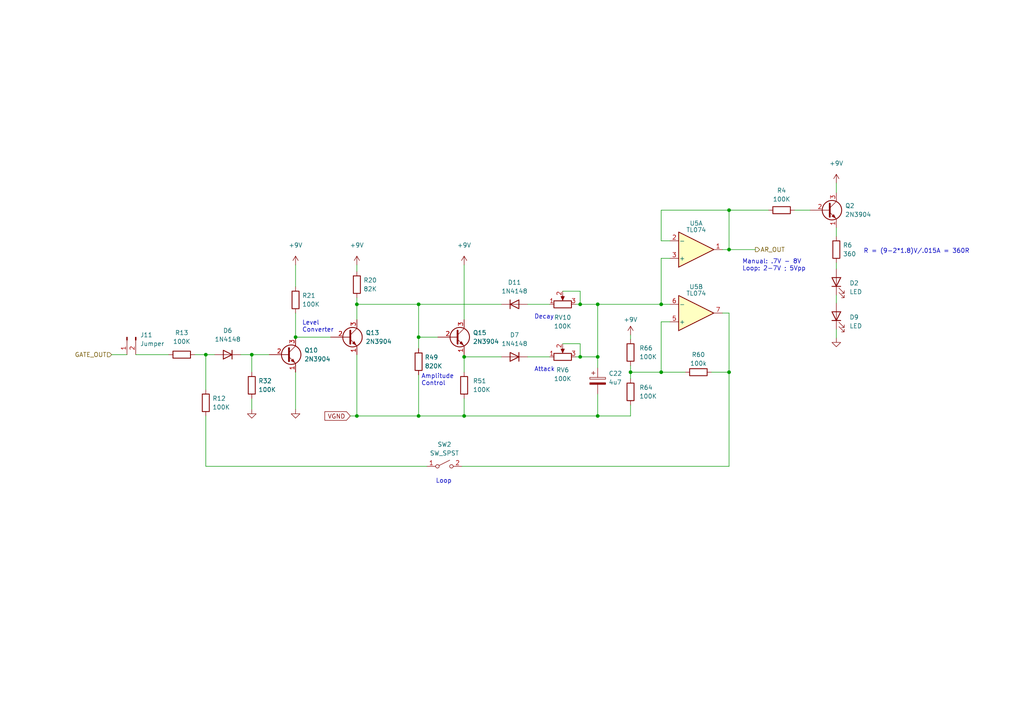
<source format=kicad_sch>
(kicad_sch (version 20230121) (generator eeschema)
  (paper "A4")
  (title_block (title "LivSynth - EG") (date "2022-07-18") (rev "${Version}") (company "SloBlo Labs"))
  (lib_symbols
    (symbol "Amplifier_Operational:TL074" (pin_names (offset 0.127))
      (property "Reference" "U" (at 0 5.08 0))
      (property "Value" "TL074" (at 0 -5.08 0))
      (symbol "TL074_1_1"
        (polyline (pts (xy -5.08 5.08) (xy 5.08 0) (xy -5.08 -5.08) (xy -5.08 5.08)) (stroke (width 0.254)) (fill (type background)))
        (pin output line (at 7.62 0 180) (length 2.54) (name "~") (number "1"))
        (pin input line (at -7.62 -2.54 0) (length 2.54) (name "-") (number "2"))
        (pin input line (at -7.62 2.54 0) (length 2.54) (name "+") (number "3"))
      )
      (symbol "TL074_2_1"
        (polyline (pts (xy -5.08 5.08) (xy 5.08 0) (xy -5.08 -5.08) (xy -5.08 5.08)) (stroke (width 0.254)) (fill (type background)))
        (pin input line (at -7.62 2.54 0) (length 2.54) (name "+") (number "5"))
        (pin input line (at -7.62 -2.54 0) (length 2.54) (name "-") (number "6"))
        (pin output line (at 7.62 0 180) (length 2.54) (name "~") (number "7"))
      )
      (symbol "TL074_3_1"
        (polyline (pts (xy -5.08 5.08) (xy 5.08 0) (xy -5.08 -5.08) (xy -5.08 5.08)) (stroke (width 0.254)) (fill (type background)))
        (pin input line (at -7.62 2.54 0) (length 2.54) (name "+") (number "10"))
        (pin output line (at 7.62 0 180) (length 2.54) (name "~") (number "8"))
        (pin input line (at -7.62 -2.54 0) (length 2.54) (name "-") (number "9"))
      )
      (symbol "TL074_4_1"
        (polyline (pts (xy -5.08 5.08) (xy 5.08 0) (xy -5.08 -5.08) (xy -5.08 5.08)) (stroke (width 0.254)) (fill (type background)))
        (pin input line (at -7.62 2.54 0) (length 2.54) (name "+") (number "12"))
        (pin input line (at -7.62 -2.54 0) (length 2.54) (name "-") (number "13"))
        (pin output line (at 7.62 0 180) (length 2.54) (name "~") (number "14"))
      )
      (symbol "TL074_5_1"
        (pin power_in line (at -2.54 -7.62 90) (length 3.81) (name "V-") (number "11"))
        (pin power_in line (at -2.54 7.62 270) (length 3.81) (name "V+") (number "4"))
      )
    )
    (symbol "Connector:Conn_01x02_Male" (pin_names (offset 1.016) hide)
      (property "Reference" "J" (at 0 2.54 0))
      (property "Value" "Conn_01x02_Male" (at 0 -5.08 0))
      (symbol "Conn_01x02_Male_1_1"
        (polyline (pts (xy 1.27 -2.54) (xy 0.8636 -2.54)) (stroke (width 0.1524)))
        (polyline (pts (xy 1.27 0) (xy 0.8636 0)) (stroke (width 0.1524)))
        (rectangle (start 0.8636 -2.413) (end 0 -2.667) (stroke (width 0.1524)) (fill (type outline)))
        (rectangle (start 0.8636 0.127) (end 0 -0.127) (stroke (width 0.1524)) (fill (type outline)))
        (pin passive line (at 5.08 0 180) (length 3.81) (name "Pin_1") (number "1"))
        (pin passive line (at 5.08 -2.54 180) (length 3.81) (name "Pin_2") (number "2"))
      )
    )
    (symbol "Device:C_Polarized" (pin_numbers hide) (pin_names (offset 0.254))
      (property "Reference" "C" (at 0.635 2.54 0))
      (property "Value" "C_Polarized" (at 0.635 -2.54 0))
      (symbol "C_Polarized_0_1"
        (rectangle (start -2.286 0.508) (end 2.286 1.016))
        (polyline (pts (xy -1.778 2.286) (xy -0.762 2.286)))
        (polyline (pts (xy -1.27 2.794) (xy -1.27 1.778)))
        (rectangle (start 2.286 -0.508) (end -2.286 -1.016) (fill (type outline)))
      )
      (symbol "C_Polarized_1_1"
        (pin passive line (at 0 3.81 270) (length 2.794) (name "~") (number "1"))
        (pin passive line (at 0 -3.81 90) (length 2.794) (name "~") (number "2"))
      )
    )
    (symbol "Device:D" (pin_numbers hide) (pin_names (offset 1.016) hide)
      (property "Reference" "D" (at 0 2.54 0))
      (property "Value" "D" (at 0 -2.54 0))
      (symbol "D_0_1"
        (polyline (pts (xy -1.27 1.27) (xy -1.27 -1.27)) (stroke (width 0.254)))
        (polyline (pts (xy 1.27 0) (xy -1.27 0)))
        (polyline (pts (xy 1.27 1.27) (xy 1.27 -1.27) (xy -1.27 0) (xy 1.27 1.27)) (stroke (width 0.254)))
      )
      (symbol "D_1_1"
        (pin passive line (at -3.81 0 0) (length 2.54) (name "K") (number "1"))
        (pin passive line (at 3.81 0 180) (length 2.54) (name "A") (number "2"))
      )
    )
    (symbol "Device:LED" (pin_numbers hide) (pin_names (offset 1.016) hide)
      (property "Reference" "D" (at 0 2.54 0))
      (property "Value" "LED" (at 0 -2.54 0))
      (symbol "LED_0_1"
        (polyline (pts (xy -1.27 -1.27) (xy -1.27 1.27)) (stroke (width 0.254)))
        (polyline (pts (xy -1.27 0) (xy 1.27 0)))
        (polyline (pts (xy 1.27 -1.27) (xy 1.27 1.27) (xy -1.27 0) (xy 1.27 -1.27)) (stroke (width 0.254)))
        (polyline (pts (xy -3.048 -0.762) (xy -4.572 -2.286) (xy -3.81 -2.286) (xy -4.572 -2.286) (xy -4.572 -1.524)))
        (polyline (pts (xy -1.778 -0.762) (xy -3.302 -2.286) (xy -2.54 -2.286) (xy -3.302 -2.286) (xy -3.302 -1.524)))
      )
      (symbol "LED_1_1"
        (pin passive line (at -3.81 0 0) (length 2.54) (name "K") (number "1"))
        (pin passive line (at 3.81 0 180) (length 2.54) (name "A") (number "2"))
      )
    )
    (symbol "Device:R" (pin_numbers hide) (pin_names (offset 0))
      (property "Reference" "R" (at 2.032 0 90))
      (property "Value" "R" (at 0 0 90))
      (symbol "R_0_1"
        (rectangle (start -1.016 -2.54) (end 1.016 2.54) (stroke (width 0.254)))
      )
      (symbol "R_1_1"
        (pin passive line (at 0 3.81 270) (length 1.27) (name "~") (number "1"))
        (pin passive line (at 0 -3.81 90) (length 1.27) (name "~") (number "2"))
      )
    )
    (symbol "Device:R_Potentiometer" (pin_names (offset 1.016) hide)
      (property "Reference" "RV" (at -4.445 0 90))
      (property "Value" "R_Potentiometer" (at -2.54 0 90))
      (symbol "R_Potentiometer_0_1"
        (polyline (pts (xy 2.54 0) (xy 1.524 0)))
        (polyline (pts (xy 1.143 0) (xy 2.286 0.508) (xy 2.286 -0.508) (xy 1.143 0)) (fill (type outline)))
        (rectangle (start 1.016 2.54) (end -1.016 -2.54) (stroke (width 0.254)))
      )
      (symbol "R_Potentiometer_1_1"
        (pin passive line (at 0 3.81 270) (length 1.27) (name "1") (number "1"))
        (pin passive line (at 3.81 0 180) (length 1.27) (name "2") (number "2"))
        (pin passive line (at 0 -3.81 90) (length 1.27) (name "3") (number "3"))
      )
    )
    (symbol "Switch:SW_SPST" (pin_names (offset 0) hide)
      (property "Reference" "SW" (at 0 3.175 0))
      (property "Value" "SW_SPST" (at 0 -2.54 0))
      (symbol "SW_SPST_0_0"
        (circle (center -2.032 0) (radius 0.508))
        (polyline (pts (xy -1.524 0.254) (xy 1.524 1.778)))
        (circle (center 2.032 0) (radius 0.508))
      )
      (symbol "SW_SPST_1_1"
        (pin passive line (at -5.08 0 0) (length 2.54) (name "A") (number "1"))
        (pin passive line (at 5.08 0 180) (length 2.54) (name "B") (number "2"))
      )
    )
    (symbol "Transistor_BJT:2N3904" (pin_names (offset 0) hide)
      (property "Reference" "Q" (at 5.08 1.905 0))
      (property "Value" "2N3904" (at 5.08 0 0))
      (symbol "2N3904_0_1"
        (polyline (pts (xy 0.635 0.635) (xy 2.54 2.54)))
        (polyline (pts (xy 0.635 -0.635) (xy 2.54 -2.54) (xy 2.54 -2.54)))
        (polyline (pts (xy 0.635 1.905) (xy 0.635 -1.905) (xy 0.635 -1.905)) (stroke (width 0.508)))
        (polyline (pts (xy 1.27 -1.778) (xy 1.778 -1.27) (xy 2.286 -2.286) (xy 1.27 -1.778) (xy 1.27 -1.778)) (fill (type outline)))
        (circle (center 1.27 0) (radius 2.8194) (stroke (width 0.254)))
      )
      (symbol "2N3904_1_1"
        (pin passive line (at 2.54 -5.08 90) (length 2.54) (name "E") (number "1"))
        (pin passive line (at -5.08 0 0) (length 5.715) (name "B") (number "2"))
        (pin passive line (at 2.54 5.08 270) (length 2.54) (name "C") (number "3"))
      )
    )
    (symbol "power:+9V" (power) (pin_names (offset 0))
      (property "Value" "+9V" (at 0 3.556 0))
      (symbol "+9V_0_1"
        (polyline (pts (xy -0.762 1.27) (xy 0 2.54)))
        (polyline (pts (xy 0 0) (xy 0 2.54)))
        (polyline (pts (xy 0 2.54) (xy 0.762 1.27)))
      )
      (symbol "+9V_1_1"
        (pin power_in line (at 0 0 90) (length 0) hide (name "+9V") (number "1"))
      )
    )
    (symbol "power:GND" (power) (pin_names (offset 0))
      (property "Value" "GND" (at 0 -3.81 0))
      (symbol "GND_0_1"
        (polyline (pts (xy 0 0) (xy 0 -1.27) (xy 1.27 -1.27) (xy 0 -2.54) (xy -1.27 -1.27) (xy 0 -1.27)))
      )
      (symbol "GND_1_1"
        (pin power_in line (at 0 0 270) (length 0) hide (name "GND") (number "1"))
      )
    )
  )
  (junction (at 168.275 88.265))
  (junction (at 134.62 120.65))
  (junction (at 73.025 102.87))
  (junction (at 173.355 120.65))
  (junction (at 191.77 107.95))
  (junction (at 182.88 107.95))
  (junction (at 211.455 60.96))
  (junction (at 134.62 103.505))
  (junction (at 173.355 88.265))
  (junction (at 173.355 103.505))
  (junction (at 59.69 102.87))
  (junction (at 121.412 88.265))
  (junction (at 211.455 72.39))
  (junction (at 168.275 103.505))
  (junction (at 191.77 88.265))
  (junction (at 121.412 120.65))
  (junction (at 103.505 120.65))
  (junction (at 85.725 97.79))
  (junction (at 103.505 88.265))
  (junction (at 211.455 107.95))
  (junction (at 121.412 97.79))
  (wire (pts (xy 59.69 120.65) (xy 59.69 135.255)))
  (wire (pts (xy 134.62 120.65) (xy 173.355 120.65)))
  (wire (pts (xy 103.505 102.87) (xy 103.505 120.65)))
  (wire (pts (xy 173.355 120.65) (xy 182.88 120.65)))
  (wire (pts (xy 121.412 88.265) (xy 121.412 97.79)))
  (wire (pts (xy 168.275 99.695) (xy 163.195 99.695)))
  (wire (pts (xy 211.455 60.96) (xy 211.455 72.39)))
  (wire (pts (xy 134.62 115.57) (xy 134.62 120.65)))
  (wire (pts (xy 168.275 88.265) (xy 173.355 88.265)))
  (wire (pts (xy 85.725 107.95) (xy 85.725 118.745)))
  (wire (pts (xy 103.505 120.65) (xy 121.412 120.65)))
  (wire (pts (xy 168.275 84.455) (xy 163.195 84.455)))
  (wire (pts (xy 194.31 74.93) (xy 191.77 74.93)))
  (wire (pts (xy 121.412 101.092) (xy 121.412 97.79)))
  (wire (pts (xy 103.505 76.835) (xy 103.505 78.74)))
  (wire (pts (xy 103.505 86.36) (xy 103.505 88.265)))
  (wire (pts (xy 32.385 102.87) (xy 36.83 102.87)))
  (wire (pts (xy 211.455 60.96) (xy 222.885 60.96)))
  (wire (pts (xy 191.77 60.96) (xy 211.455 60.96)))
  (wire (pts (xy 103.505 88.265) (xy 121.412 88.265)))
  (wire (pts (xy 103.505 88.265) (xy 103.505 92.71)))
  (wire (pts (xy 209.55 72.39) (xy 211.455 72.39)))
  (wire (pts (xy 134.62 103.505) (xy 134.62 107.95)))
  (wire (pts (xy 211.455 107.95) (xy 211.455 135.255)))
  (wire (pts (xy 194.31 93.345) (xy 191.77 93.345)))
  (wire (pts (xy 191.77 93.345) (xy 191.77 107.95)))
  (wire (pts (xy 85.725 90.805) (xy 85.725 97.79)))
  (wire (pts (xy 56.515 102.87) (xy 59.69 102.87)))
  (wire (pts (xy 242.57 53.086) (xy 242.57 55.88)))
  (wire (pts (xy 59.69 102.87) (xy 62.23 102.87)))
  (wire (pts (xy 134.62 76.835) (xy 134.62 92.71)))
  (wire (pts (xy 191.77 107.95) (xy 198.755 107.95)))
  (wire (pts (xy 168.275 103.505) (xy 168.275 99.695)))
  (wire (pts (xy 168.275 103.505) (xy 173.355 103.505)))
  (wire (pts (xy 121.412 88.265) (xy 145.415 88.265)))
  (wire (pts (xy 173.355 114.3) (xy 173.355 120.65)))
  (wire (pts (xy 134.62 103.505) (xy 145.415 103.505)))
  (wire (pts (xy 211.455 90.805) (xy 211.455 107.95)))
  (wire (pts (xy 230.505 60.96) (xy 234.95 60.96)))
  (wire (pts (xy 182.88 117.475) (xy 182.88 120.65)))
  (wire (pts (xy 59.69 135.255) (xy 123.825 135.255)))
  (wire (pts (xy 59.69 102.87) (xy 59.69 113.03)))
  (wire (pts (xy 173.355 103.505) (xy 173.355 106.68)))
  (wire (pts (xy 173.355 88.265) (xy 191.77 88.265)))
  (wire (pts (xy 211.455 90.805) (xy 209.55 90.805)))
  (wire (pts (xy 194.31 69.85) (xy 191.77 69.85)))
  (wire (pts (xy 153.035 103.505) (xy 159.385 103.505)))
  (wire (pts (xy 85.725 97.79) (xy 95.885 97.79)))
  (wire (pts (xy 242.57 95.504) (xy 242.57 98.044)))
  (wire (pts (xy 167.005 88.265) (xy 168.275 88.265)))
  (wire (pts (xy 121.412 97.79) (xy 127 97.79)))
  (wire (pts (xy 242.57 76.2) (xy 242.57 77.978)))
  (wire (pts (xy 134.62 102.87) (xy 134.62 103.505)))
  (wire (pts (xy 167.005 103.505) (xy 168.275 103.505)))
  (wire (pts (xy 73.025 102.87) (xy 78.105 102.87)))
  (wire (pts (xy 73.025 115.57) (xy 73.025 118.745)))
  (wire (pts (xy 101.6 120.65) (xy 103.505 120.65)))
  (wire (pts (xy 206.375 107.95) (xy 211.455 107.95)))
  (wire (pts (xy 242.57 66.04) (xy 242.57 68.58)))
  (wire (pts (xy 191.77 74.93) (xy 191.77 88.265)))
  (wire (pts (xy 153.035 88.265) (xy 159.385 88.265)))
  (wire (pts (xy 73.025 102.87) (xy 73.025 107.95)))
  (wire (pts (xy 39.37 102.87) (xy 48.895 102.87)))
  (wire (pts (xy 242.57 85.598) (xy 242.57 87.884)))
  (wire (pts (xy 69.85 102.87) (xy 73.025 102.87)))
  (wire (pts (xy 182.88 107.95) (xy 191.77 107.95)))
  (wire (pts (xy 191.77 88.265) (xy 194.31 88.265)))
  (wire (pts (xy 191.77 69.85) (xy 191.77 60.96)))
  (wire (pts (xy 182.88 106.045) (xy 182.88 107.95)))
  (wire (pts (xy 168.275 88.265) (xy 168.275 84.455)))
  (wire (pts (xy 182.88 97.155) (xy 182.88 98.425)))
  (wire (pts (xy 121.412 108.712) (xy 121.412 120.65)))
  (wire (pts (xy 173.355 88.265) (xy 173.355 103.505)))
  (wire (pts (xy 121.412 120.65) (xy 134.62 120.65)))
  (wire (pts (xy 211.455 72.39) (xy 219.075 72.39)))
  (wire (pts (xy 133.985 135.255) (xy 211.455 135.255)))
  (wire (pts (xy 85.725 76.835) (xy 85.725 83.185)))
  (wire (pts (xy 182.88 107.95) (xy 182.88 109.855)))
  (text "R = (9-2*1.8)V/.015A = 360R" (at 250.444 73.66 0) (effects (font (size 1.27 1.27)) (justify left bottom)))
  (text "Attack" (at 154.94 107.95 0) (effects (font (size 1.27 1.27)) (justify left bottom)))
  (text "Amplitude\nControl" (at 122.174 112.014 0) (effects (font (size 1.27 1.27)) (justify left bottom)))
  (text "Decay" (at 154.94 92.71 0) (effects (font (size 1.27 1.27)) (justify left bottom)))
  (text "Loop" (at 126.365 140.335 0) (effects (font (size 1.27 1.27)) (justify left bottom)))
  (text "Level\nConverter" (at 87.63 96.52 0) (effects (font (size 1.27 1.27)) (justify left bottom)))
  (text "Manual: .7V - 8V\nLoop: 2-7V ; 5Vpp" (at 215.265 78.74 0) (effects (font (size 1.27 1.27)) (justify left bottom)))
  (global_label "VGND" (shape input) (at 101.6 120.65 180) (property "Intersheetrefs" "${INTERSHEET_REFS}" (effects hide)))
  (hierarchical_label "GATE_OUT" (shape input) (at 32.385 102.87 180))
  (hierarchical_label "AR_OUT" (shape output) (at 219.075 72.39 0))
  (symbol (lib_id "Device:R") (at 121.412 104.902 0) (mirror y) (unit 1)
    (property "Reference" "R49" (at 123.19 103.6319 0) (effects (justify right)))
    (property "Value" "820K" (at 123.19 106.1719 0) (effects (justify right)))
    (property "Footprint" "Resistor_THT:R_Axial_DIN0207_L6.3mm_D2.5mm_P7.62mm_Horizontal" (effects hide))
  )
  (symbol (lib_id "Device:D") (at 149.225 88.265 0) (unit 1)
    (property "Reference" "D11" (at 149.225 81.915 0))
    (property "Value" "1N4148" (at 149.225 84.455 0))
    (property "Footprint" "Diode_THT:D_DO-35_SOD27_P7.62mm_Horizontal" (effects hide))
  )
  (symbol (lib_id "power:+9V") (at 85.725 76.835 0) (unit 1)
    (property "Reference" "#PWR034" (effects hide))
    (property "Value" "+9V" (at 85.725 71.12 0))
  )
  (symbol (lib_id "Transistor_BJT:2N3904") (at 100.965 97.79 0) (unit 1)
    (property "Reference" "Q13" (at 106.045 96.5199 0) (effects (justify left)))
    (property "Value" "2N3904" (at 106.045 99.0599 0) (effects (justify left)))
    (property "Footprint" "Package_TO_SOT_THT:TO-92_Inline" (effects hide))
    (property "Datasheet" "https://www.onsemi.com/pub/Collateral/2N3903-D.PDF" (effects hide))
  )
  (symbol (lib_id "Amplifier_Operational:TL074") (at 201.93 90.805 0) (mirror x) (unit 2)
    (property "Reference" "U5" (at 201.93 83.185 0))
    (property "Value" "TL074" (at 201.93 85.09 0))
    (property "Footprint" "Package_SO:SOIC-14_3.9x8.7mm_P1.27mm" (effects hide))
    (property "Datasheet" "http://www.ti.com/lit/ds/symlink/tl071.pdf" (effects hide))
    (property "LCSC" "C2057504" (effects hide))
  )
  (symbol (lib_id "Device:R") (at 85.725 86.995 0) (unit 1)
    (property "Reference" "R21" (at 87.63 85.7249 0) (effects (justify left)))
    (property "Value" "100K" (at 87.63 88.2649 0) (effects (justify left)))
    (property "Footprint" "Resistor_THT:R_Axial_DIN0207_L6.3mm_D2.5mm_P7.62mm_Horizontal" (effects hide))
  )
  (symbol (lib_id "Transistor_BJT:2N3904") (at 240.03 60.96 0) (unit 1)
    (property "Reference" "Q2" (at 245.11 59.6899 0) (effects (justify left)))
    (property "Value" "2N3904" (at 245.11 62.2299 0) (effects (justify left)))
    (property "Footprint" "Package_TO_SOT_THT:TO-92_Inline" (effects hide))
    (property "Datasheet" "https://www.onsemi.com/pub/Collateral/2N3903-D.PDF" (effects hide))
  )
  (symbol (lib_id "Device:C_Polarized") (at 173.355 110.49 0) (unit 1)
    (property "Reference" "C22" (at 176.53 108.3309 0) (effects (justify left)))
    (property "Value" "4u7" (at 176.53 110.8709 0) (effects (justify left)))
    (property "Footprint" "Capacitor_THT:CP_Radial_D8.0mm_P3.50mm" (effects hide))
  )
  (symbol (lib_id "Device:D") (at 149.225 103.505 180) (unit 1)
    (property "Reference" "D7" (at 149.225 97.155 0))
    (property "Value" "1N4148" (at 149.225 99.695 0))
    (property "Footprint" "Diode_THT:D_DO-35_SOD27_P7.62mm_Horizontal" (effects hide))
  )
  (symbol (lib_id "Device:R") (at 103.505 82.55 0) (unit 1)
    (property "Reference" "R20" (at 105.41 81.2799 0) (effects (justify left)))
    (property "Value" "82K" (at 105.41 83.8199 0) (effects (justify left)))
    (property "Footprint" "Resistor_THT:R_Axial_DIN0207_L6.3mm_D2.5mm_P7.62mm_Horizontal" (effects hide))
  )
  (symbol (lib_id "Device:R") (at 226.695 60.96 270) (unit 1)
    (property "Reference" "R4" (at 226.695 55.245 90))
    (property "Value" "100K" (at 226.695 57.785 90))
    (property "Footprint" "Resistor_THT:R_Axial_DIN0207_L6.3mm_D2.5mm_P7.62mm_Horizontal" (effects hide))
  )
  (symbol (lib_id "Device:R") (at 202.565 107.95 90) (unit 1)
    (property "Reference" "R60" (at 202.565 102.87 90))
    (property "Value" "100k" (at 202.565 105.41 90))
    (property "Footprint" "Resistor_THT:R_Axial_DIN0207_L6.3mm_D2.5mm_P7.62mm_Horizontal" (effects hide))
  )
  (symbol (lib_id "power:+9V") (at 134.62 76.835 0) (unit 1)
    (property "Reference" "#PWR036" (effects hide))
    (property "Value" "+9V" (at 134.62 71.12 0))
  )
  (symbol (lib_id "Transistor_BJT:2N3904") (at 83.185 102.87 0) (unit 1)
    (property "Reference" "Q10" (at 88.265 101.5999 0) (effects (justify left)))
    (property "Value" "2N3904" (at 88.265 104.1399 0) (effects (justify left)))
    (property "Footprint" "Package_TO_SOT_THT:TO-92_Inline" (effects hide))
    (property "Datasheet" "https://www.onsemi.com/pub/Collateral/2N3903-D.PDF" (effects hide))
  )
  (symbol (lib_id "Device:R") (at 73.025 111.76 0) (unit 1)
    (property "Reference" "R32" (at 74.93 110.4899 0) (effects (justify left)))
    (property "Value" "100K" (at 74.93 113.0299 0) (effects (justify left)))
    (property "Footprint" "Resistor_THT:R_Axial_DIN0207_L6.3mm_D2.5mm_P7.62mm_Horizontal" (effects hide))
  )
  (symbol (lib_id "Device:D") (at 66.04 102.87 180) (unit 1)
    (property "Reference" "D6" (at 66.04 95.885 0))
    (property "Value" "1N4148" (at 66.04 98.425 0))
    (property "Footprint" "Diode_THT:D_DO-35_SOD27_P7.62mm_Horizontal" (effects hide))
  )
  (symbol (lib_id "Device:R_Potentiometer") (at 163.195 88.265 90) (unit 1)
    (property "Reference" "RV10" (at 163.195 92.075 90))
    (property "Value" "100K" (at 163.195 94.615 90))
    (property "Footprint" "SloBlo:RV141F-40-20BL" (effects hide))
  )
  (symbol (lib_id "Transistor_BJT:2N3904") (at 132.08 97.79 0) (unit 1)
    (property "Reference" "Q15" (at 137.16 96.5199 0) (effects (justify left)))
    (property "Value" "2N3904" (at 137.16 99.0599 0) (effects (justify left)))
    (property "Footprint" "Package_TO_SOT_THT:TO-92_Inline" (effects hide))
    (property "Datasheet" "https://www.onsemi.com/pub/Collateral/2N3903-D.PDF" (effects hide))
  )
  (symbol (lib_id "Device:R") (at 182.88 102.235 0) (unit 1)
    (property "Reference" "R66" (at 185.42 100.9649 0) (effects (justify left)))
    (property "Value" "100K" (at 185.42 103.5049 0) (effects (justify left)))
    (property "Footprint" "Resistor_THT:R_Axial_DIN0207_L6.3mm_D2.5mm_P7.62mm_Horizontal" (effects hide))
  )
  (symbol (lib_id "power:+9V") (at 103.505 76.835 0) (unit 1)
    (property "Reference" "#PWR035" (effects hide))
    (property "Value" "+9V" (at 103.505 71.12 0))
  )
  (symbol (lib_id "Device:LED") (at 242.57 81.788 90) (unit 1)
    (property "Reference" "D2" (at 246.38 82.1054 90) (effects (justify right)))
    (property "Value" "LED" (at 246.38 84.6454 90) (effects (justify right)))
    (property "Footprint" "LED_THT:LED_D5.0mm" (effects hide))
  )
  (symbol (lib_id "power:GND") (at 85.725 118.745 0) (unit 1)
    (property "Reference" "#PWR039" (effects hide))
    (property "Value" "GND" (effects hide))
  )
  (symbol (lib_id "power:+9V") (at 242.57 53.086 0) (unit 1)
    (property "Reference" "#PWR032" (effects hide))
    (property "Value" "+9V" (at 242.57 47.371 0))
  )
  (symbol (lib_id "Device:R") (at 59.69 116.84 0) (unit 1)
    (property "Reference" "R12" (at 61.595 115.5699 0) (effects (justify left)))
    (property "Value" "100K" (at 61.595 118.1099 0) (effects (justify left)))
    (property "Footprint" "Resistor_THT:R_Axial_DIN0207_L6.3mm_D2.5mm_P7.62mm_Horizontal" (effects hide))
  )
  (symbol (lib_id "power:+9V") (at 182.88 97.155 0) (unit 1)
    (property "Reference" "#PWR037" (effects hide))
    (property "Value" "+9V" (at 182.88 92.71 0))
  )
  (symbol (lib_id "power:GND") (at 73.025 118.745 0) (unit 1)
    (property "Reference" "#PWR038" (effects hide))
    (property "Value" "GND" (effects hide))
  )
  (symbol (lib_id "Connector:Conn_01x02_Male") (at 36.83 97.79 90) (mirror x) (unit 1)
    (property "Reference" "J11" (at 40.64 97.1549 90) (effects (justify right)))
    (property "Value" "Jumper" (at 40.64 99.6949 90) (effects (justify right)))
    (property "Footprint" "Connector_PinHeader_2.54mm:PinHeader_1x02_P2.54mm_Vertical" (effects hide))
  )
  (symbol (lib_id "Device:R") (at 52.705 102.87 90) (unit 1)
    (property "Reference" "R13" (at 52.705 96.52 90))
    (property "Value" "100K" (at 52.705 99.06 90))
    (property "Footprint" "Resistor_THT:R_Axial_DIN0207_L6.3mm_D2.5mm_P7.62mm_Horizontal" (effects hide))
  )
  (symbol (lib_id "Device:R") (at 182.88 113.665 0) (unit 1)
    (property "Reference" "R64" (at 185.42 112.3949 0) (effects (justify left)))
    (property "Value" "100K" (at 185.42 114.9349 0) (effects (justify left)))
    (property "Footprint" "Resistor_THT:R_Axial_DIN0207_L6.3mm_D2.5mm_P7.62mm_Horizontal" (effects hide))
  )
  (symbol (lib_id "power:GND") (at 242.57 98.044 0) (unit 1)
    (property "Reference" "#PWR033" (effects hide))
    (property "Value" "GND" (effects hide))
  )
  (symbol (lib_id "Device:R_Potentiometer") (at 163.195 103.505 90) (unit 1)
    (property "Reference" "RV6" (at 163.195 107.315 90))
    (property "Value" "100K" (at 163.195 109.855 90))
    (property "Footprint" "SloBlo:RV141F-40-20BL" (effects hide))
  )
  (symbol (lib_id "Switch:SW_SPST") (at 128.905 135.255 0) (unit 1)
    (property "Reference" "SW2" (at 128.905 128.905 0))
    (property "Value" "SW_SPST" (at 128.905 131.445 0))
    (property "Footprint" "SloBlo:SW_Toggle_MS500" (effects hide))
  )
  (symbol (lib_id "Device:R") (at 134.62 111.76 0) (unit 1)
    (property "Reference" "R51" (at 137.16 110.4899 0) (effects (justify left)))
    (property "Value" "100K" (at 137.16 113.0299 0) (effects (justify left)))
    (property "Footprint" "Resistor_THT:R_Axial_DIN0207_L6.3mm_D2.5mm_P7.62mm_Horizontal" (effects hide))
  )
  (symbol (lib_id "Device:LED") (at 242.57 91.694 90) (unit 1)
    (property "Reference" "D9" (at 246.38 92.0114 90) (effects (justify right)))
    (property "Value" "LED" (at 246.38 94.5514 90) (effects (justify right)))
    (property "Footprint" "LED_THT:LED_D5.0mm" (effects hide))
  )
  (symbol (lib_id "Amplifier_Operational:TL074") (at 201.93 72.39 0) (mirror x) (unit 1)
    (property "Reference" "U5" (at 201.93 64.77 0))
    (property "Value" "TL074" (at 201.93 66.675 0))
    (property "Footprint" "Package_SO:SOIC-14_3.9x8.7mm_P1.27mm" (effects hide))
    (property "Datasheet" "http://www.ti.com/lit/ds/symlink/tl071.pdf" (effects hide))
    (property "LCSC" "C2057504" (effects hide))
  )
  (symbol (lib_id "Device:R") (at 242.57 72.39 0) (unit 1)
    (property "Reference" "R6" (at 244.475 71.1199 0) (effects (justify left)))
    (property "Value" "360" (at 244.475 73.6599 0) (effects (justify left)))
    (property "Footprint" "Resistor_THT:R_Axial_DIN0207_L6.3mm_D2.5mm_P7.62mm_Horizontal" (effects hide))
  )
)
</source>
